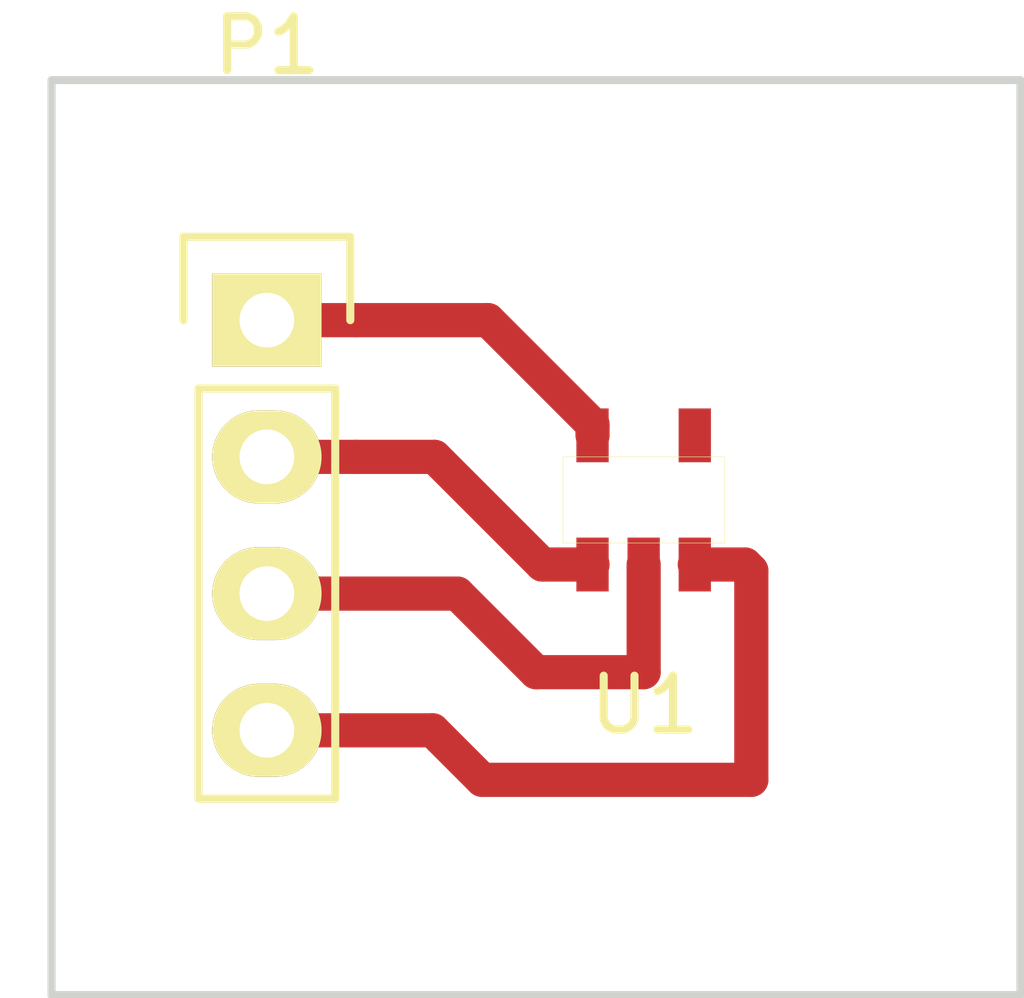
<source format=kicad_pcb>
(kicad_pcb (version 4) (host pcbnew 4.0.2+e4-6225~38~ubuntu16.04.1-stable)

  (general
    (links 4)
    (no_connects 0)
    (area 137.924999 96.924999 156.075001 114.075001)
    (thickness 1.6)
    (drawings 4)
    (tracks 18)
    (zones 0)
    (modules 2)
    (nets 6)
  )

  (page A4)
  (layers
    (0 F.Cu signal)
    (31 B.Cu signal)
    (32 B.Adhes user)
    (33 F.Adhes user)
    (34 B.Paste user)
    (35 F.Paste user)
    (36 B.SilkS user)
    (37 F.SilkS user)
    (38 B.Mask user)
    (39 F.Mask user)
    (40 Dwgs.User user)
    (41 Cmts.User user)
    (42 Eco1.User user)
    (43 Eco2.User user)
    (44 Edge.Cuts user)
    (45 Margin user)
    (46 B.CrtYd user)
    (47 F.CrtYd user)
    (48 B.Fab user)
    (49 F.Fab user)
  )

  (setup
    (last_trace_width 0.635)
    (user_trace_width 0.4064)
    (user_trace_width 0.635)
    (trace_clearance 0.0508)
    (zone_clearance 0.508)
    (zone_45_only no)
    (trace_min 0.4064)
    (segment_width 0.2)
    (edge_width 0.15)
    (via_size 2.54)
    (via_drill 0.8128)
    (via_min_size 2.54)
    (via_min_drill 0.8128)
    (uvia_size 0.3)
    (uvia_drill 0.1)
    (uvias_allowed no)
    (uvia_min_size 0)
    (uvia_min_drill 0)
    (pcb_text_width 0.3)
    (pcb_text_size 1.5 1.5)
    (mod_edge_width 0.15)
    (mod_text_size 1 1)
    (mod_text_width 0.15)
    (pad_size 1.524 1.524)
    (pad_drill 0.762)
    (pad_to_mask_clearance 0.2)
    (aux_axis_origin 0 0)
    (visible_elements FFFFFF7F)
    (pcbplotparams
      (layerselection 0x01000_00000001)
      (usegerberextensions false)
      (excludeedgelayer true)
      (linewidth 0.100000)
      (plotframeref false)
      (viasonmask false)
      (mode 1)
      (useauxorigin false)
      (hpglpennumber 1)
      (hpglpenspeed 20)
      (hpglpendiameter 15)
      (hpglpenoverlay 2)
      (psnegative false)
      (psa4output false)
      (plotreference true)
      (plotvalue true)
      (plotinvisibletext false)
      (padsonsilk false)
      (subtractmaskfromsilk false)
      (outputformat 1)
      (mirror false)
      (drillshape 0)
      (scaleselection 1)
      (outputdirectory gerbers/))
  )

  (net 0 "")
  (net 1 +BATT)
  (net 2 VOUT)
  (net 3 GND)
  (net 4 STBY)
  (net 5 "Net-(U1-Pad4)")

  (net_class Default "This is the default net class."
    (clearance 0.0508)
    (trace_width 0.635)
    (via_dia 2.54)
    (via_drill 0.8128)
    (uvia_dia 0.3)
    (uvia_drill 0.1)
    (add_net +BATT)
    (add_net GND)
    (add_net "Net-(U1-Pad4)")
    (add_net STBY)
    (add_net VOUT)
  )

  (module Pin_Headers:Pin_Header_Straight_1x04 (layer F.Cu) (tedit 0) (tstamp 579BB36C)
    (at 142 101.46)
    (descr "Through hole pin header")
    (tags "pin header")
    (path /579BB01A)
    (fp_text reference P1 (at 0 -5.1) (layer F.SilkS)
      (effects (font (size 1 1) (thickness 0.15)))
    )
    (fp_text value CONN_01X04 (at 0 -3.1) (layer F.Fab)
      (effects (font (size 1 1) (thickness 0.15)))
    )
    (fp_line (start -1.75 -1.75) (end -1.75 9.4) (layer F.CrtYd) (width 0.05))
    (fp_line (start 1.75 -1.75) (end 1.75 9.4) (layer F.CrtYd) (width 0.05))
    (fp_line (start -1.75 -1.75) (end 1.75 -1.75) (layer F.CrtYd) (width 0.05))
    (fp_line (start -1.75 9.4) (end 1.75 9.4) (layer F.CrtYd) (width 0.05))
    (fp_line (start -1.27 1.27) (end -1.27 8.89) (layer F.SilkS) (width 0.15))
    (fp_line (start 1.27 1.27) (end 1.27 8.89) (layer F.SilkS) (width 0.15))
    (fp_line (start 1.55 -1.55) (end 1.55 0) (layer F.SilkS) (width 0.15))
    (fp_line (start -1.27 8.89) (end 1.27 8.89) (layer F.SilkS) (width 0.15))
    (fp_line (start 1.27 1.27) (end -1.27 1.27) (layer F.SilkS) (width 0.15))
    (fp_line (start -1.55 0) (end -1.55 -1.55) (layer F.SilkS) (width 0.15))
    (fp_line (start -1.55 -1.55) (end 1.55 -1.55) (layer F.SilkS) (width 0.15))
    (pad 1 thru_hole rect (at 0 0) (size 2.032 1.7272) (drill 1.016) (layers *.Cu *.Mask F.SilkS)
      (net 2 VOUT))
    (pad 2 thru_hole oval (at 0 2.54) (size 2.032 1.7272) (drill 1.016) (layers *.Cu *.Mask F.SilkS)
      (net 1 +BATT))
    (pad 3 thru_hole oval (at 0 5.08) (size 2.032 1.7272) (drill 1.016) (layers *.Cu *.Mask F.SilkS)
      (net 3 GND))
    (pad 4 thru_hole oval (at 0 7.62) (size 2.032 1.7272) (drill 1.016) (layers *.Cu *.Mask F.SilkS)
      (net 4 STBY))
    (model Pin_Headers.3dshapes/Pin_Header_Straight_1x04.wrl
      (at (xyz 0 -0.15 0))
      (scale (xyz 1 1 1))
      (rotate (xyz 0 0 90))
    )
  )

  (module scintilla:BU33SD5WG-TR (layer F.Cu) (tedit 579BAA40) (tstamp 579BB379)
    (at 149 104.8)
    (path /579BAF1D)
    (fp_text reference U1 (at 0.02 3.81) (layer F.SilkS)
      (effects (font (size 1 1) (thickness 0.15)))
    )
    (fp_text value BU33SD5WG-TR (at 0 -3.81) (layer F.Fab)
      (effects (font (size 1 1) (thickness 0.15)))
    )
    (fp_line (start 1.5 -0.8) (end -1.5 -0.8) (layer F.SilkS) (width 0.01))
    (fp_line (start 1.5 0.8) (end 1.5 -0.8) (layer F.SilkS) (width 0.01))
    (fp_line (start -1.5 0.8) (end 1.5 0.8) (layer F.SilkS) (width 0.01))
    (fp_line (start -1.5 -0.8) (end -1.5 0.8) (layer F.SilkS) (width 0.01))
    (pad 1 smd rect (at -0.95 1.2) (size 0.6 1) (layers F.Cu F.Paste F.Mask)
      (net 1 +BATT))
    (pad 2 smd rect (at 0 1.2) (size 0.6 1) (layers F.Cu F.Paste F.Mask)
      (net 3 GND))
    (pad 3 smd rect (at 0.95 1.2) (size 0.6 1) (layers F.Cu F.Paste F.Mask)
      (net 4 STBY))
    (pad 4 smd rect (at 0.95 -1.2) (size 0.6 1) (layers F.Cu F.Paste F.Mask)
      (net 5 "Net-(U1-Pad4)"))
    (pad 5 smd rect (at -0.95 -1.2) (size 0.6 1) (layers F.Cu F.Paste F.Mask)
      (net 2 VOUT))
  )

  (gr_line (start 138 114) (end 138 97) (layer Edge.Cuts) (width 0.15))
  (gr_line (start 156 114) (end 138 114) (layer Edge.Cuts) (width 0.15))
  (gr_line (start 156 97) (end 156 114) (layer Edge.Cuts) (width 0.15))
  (gr_line (start 138 97) (end 156 97) (layer Edge.Cuts) (width 0.15))

  (segment (start 148.05 106) (end 147.115 106) (width 0.635) (layer F.Cu) (net 1))
  (segment (start 143.651 104) (end 142 104) (width 0.635) (layer F.Cu) (net 1))
  (segment (start 147.115 106) (end 145.115 104) (width 0.635) (layer F.Cu) (net 1))
  (segment (start 145.115 104) (end 143.651 104) (width 0.635) (layer F.Cu) (net 1))
  (segment (start 148.05 103.6) (end 148.05 103.4) (width 0.635) (layer F.Cu) (net 2))
  (segment (start 148.05 103.4) (end 146.11 101.46) (width 0.635) (layer F.Cu) (net 2))
  (segment (start 146.11 101.46) (end 143.651 101.46) (width 0.635) (layer F.Cu) (net 2))
  (segment (start 143.651 101.46) (end 142 101.46) (width 0.635) (layer F.Cu) (net 2))
  (segment (start 147 108) (end 145.54 106.54) (width 0.635) (layer F.Cu) (net 3))
  (segment (start 145.54 106.54) (end 142 106.54) (width 0.635) (layer F.Cu) (net 3))
  (segment (start 149 108) (end 147 108) (width 0.635) (layer F.Cu) (net 3))
  (segment (start 149 106) (end 149 108) (width 0.635) (layer F.Cu) (net 3))
  (segment (start 146 110) (end 145.08 109.08) (width 0.635) (layer F.Cu) (net 4))
  (segment (start 145.08 109.08) (end 142 109.08) (width 0.635) (layer F.Cu) (net 4))
  (segment (start 151 110) (end 146 110) (width 0.635) (layer F.Cu) (net 4))
  (segment (start 151 106.115) (end 151 110) (width 0.635) (layer F.Cu) (net 4))
  (segment (start 149.95 106) (end 150.885 106) (width 0.635) (layer F.Cu) (net 4))
  (segment (start 150.885 106) (end 151 106.115) (width 0.635) (layer F.Cu) (net 4))

)

</source>
